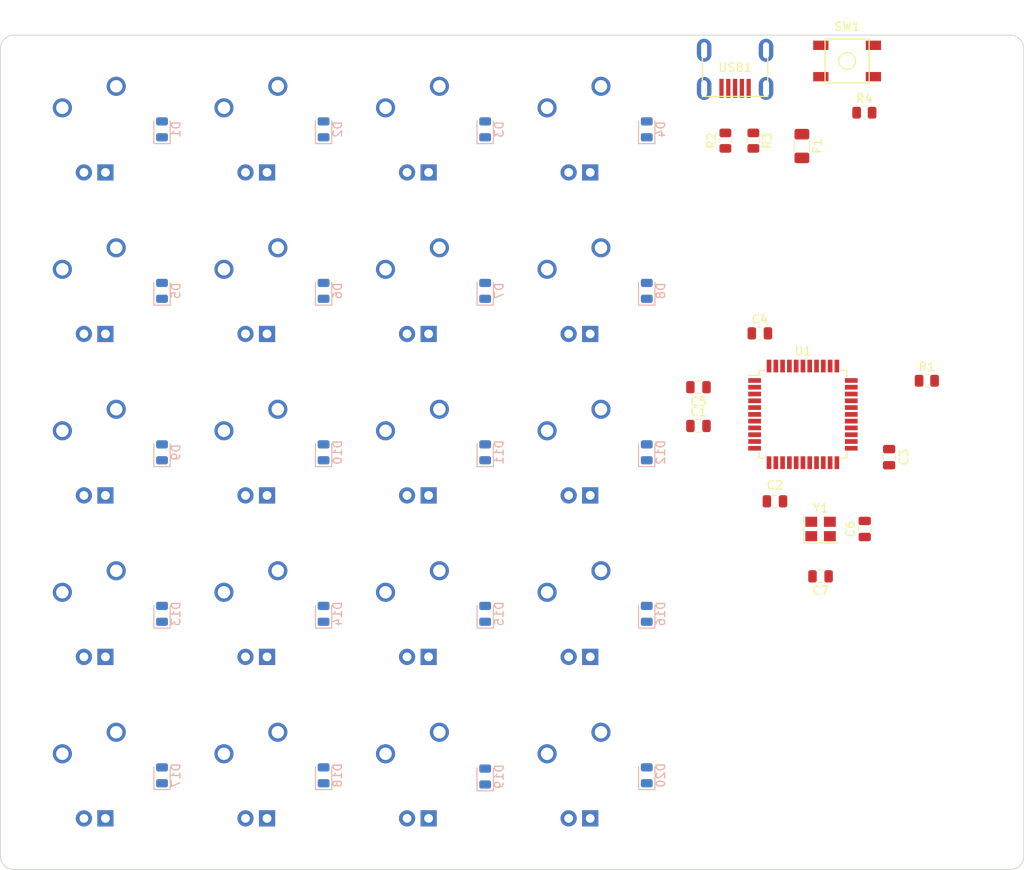
<source format=kicad_pcb>
(kicad_pcb (version 20221018) (generator pcbnew)
  (layers (0 "F.Cu" signal) (31 "B.Cu" signal) (34 "B.Paste" user) (35 "F.Paste" user) (36 "B.SilkS" user "B.Silkscreen") (37 "F.SilkS" user "F.Silkscreen") (38 "B.Mask" user) (39 "F.Mask" user) (44 "Edge.Cuts" user))
  (net 0 "")
  (net 1 "GND")
  (net 2 "Net-(U1-UCAP)")
  (net 3 "+5V")
  (net 4 "Net-(U1-XTAL1)")
  (net 5 "Net-(U1-XTAL2)")
  (net 6 "ROW0")
  (net 7 "Net-(D1-A)")
  (net 8 "Net-(D2-A)")
  (net 9 "Net-(D3-K)")
  (net 10 "Net-(D3-A)")
  (net 11 "Net-(D4-A)")
  (net 12 "ROW1")
  (net 13 "Net-(D5-A)")
  (net 14 "Net-(D6-A)")
  (net 15 "Net-(D7-A)")
  (net 16 "Net-(D8-A)")
  (net 17 "ROW2")
  (net 18 "Net-(D9-A)")
  (net 19 "Net-(D10-A)")
  (net 20 "Net-(D11-A)")
  (net 21 "Net-(D12-A)")
  (net 22 "ROW3")
  (net 23 "Net-(D13-A)")
  (net 24 "Net-(D14-A)")
  (net 25 "Net-(D15-A)")
  (net 26 "Net-(D16-A)")
  (net 27 "ROW4")
  (net 28 "Net-(D17-A)")
  (net 29 "Net-(D18-A)")
  (net 30 "Net-(D19-A)")
  (net 31 "Net-(D20-A)")
  (net 32 "VCC")
  (net 33 "COL0")
  (net 34 "COL1")
  (net 35 "COL2")
  (net 36 "COL3")
  (net 37 "Net-(U1-~{HWB}{slash}PE2)")
  (net 38 "Net-(U1-D+)")
  (net 39 "D+")
  (net 40 "D-")
  (net 41 "Net-(U1-D-)")
  (net 42 "Net-(U1-~{RESET})")
  (footprint "MX_Only:MXOnly-1U" (layer "F.Cu") (at 90.4875 33.3375)
    (fp_text reference "MX4")
    (fp_text value "MX-NoLED")
    (pad "" np_thru_hole circle (at -5.08 0 48.0996) (size 1.75 1.75) (drill 1.75) (layers "*.Cu" "*.Mask"))
    (pad "" np_thru_hole circle (at 0 0) (size 3.9878 3.9878) (drill 3.9878) (layers "*.Cu" "*.Mask"))
    (pad "" np_thru_hole circle (at 5.08 0 48.0996) (size 1.75 1.75) (drill 1.75) (layers "*.Cu" "*.Mask"))
    (pad "1" thru_hole circle (at -3.81 -2.54) (size 2.25 2.25) (drill 1.47) (layers "*.Cu" "B.Mask") (net 36 "COL3"))
    (pad "2" thru_hole circle (at 2.54 -5.08) (size 2.25 2.25) (drill 1.47) (layers "*.Cu" "B.Mask") (net 11 "Net-(D4-A)"))
    (pad "3" thru_hole circle (at -1.27 5.08) (size 1.905 1.905) (drill 1.04) (layers "*.Cu" "B.Mask"))
    (pad "4" thru_hole rect (at 1.27 5.08) (size 1.905 1.905) (drill 1.04) (layers "*.Cu" "B.Mask"))
  )
  (footprint "MX_Only:MXOnly-1U" (layer "F.Cu") (at 90.4875 90.4875)
    (fp_text reference "MX16")
    (fp_text value "MX-NoLED")
    (pad "" np_thru_hole circle (at -5.08 0 48.0996) (size 1.75 1.75) (drill 1.75) (layers "*.Cu" "*.Mask"))
    (pad "" np_thru_hole circle (at 0 0) (size 3.9878 3.9878) (drill 3.9878) (layers "*.Cu" "*.Mask"))
    (pad "" np_thru_hole circle (at 5.08 0 48.0996) (size 1.75 1.75) (drill 1.75) (layers "*.Cu" "*.Mask"))
    (pad "1" thru_hole circle (at -3.81 -2.54) (size 2.25 2.25) (drill 1.47) (layers "*.Cu" "B.Mask") (net 36 "COL3"))
    (pad "2" thru_hole circle (at 2.54 -5.08) (size 2.25 2.25) (drill 1.47) (layers "*.Cu" "B.Mask") (net 26 "Net-(D16-A)"))
    (pad "3" thru_hole circle (at -1.27 5.08) (size 1.905 1.905) (drill 1.04) (layers "*.Cu" "B.Mask"))
    (pad "4" thru_hole rect (at 1.27 5.08) (size 1.905 1.905) (drill 1.04) (layers "*.Cu" "B.Mask"))
  )
  (footprint "MX_Only:MXOnly-1U" (layer "F.Cu") (at 71.4375 109.5375)
    (fp_text reference "MX19")
    (fp_text value "MX-NoLED")
    (pad "" np_thru_hole circle (at -5.08 0 48.0996) (size 1.75 1.75) (drill 1.75) (layers "*.Cu" "*.Mask"))
    (pad "" np_thru_hole circle (at 0 0) (size 3.9878 3.9878) (drill 3.9878) (layers "*.Cu" "*.Mask"))
    (pad "" np_thru_hole circle (at 5.08 0 48.0996) (size 1.75 1.75) (drill 1.75) (layers "*.Cu" "*.Mask"))
    (pad "1" thru_hole circle (at -3.81 -2.54) (size 2.25 2.25) (drill 1.47) (layers "*.Cu" "B.Mask") (net 35 "COL2"))
    (pad "2" thru_hole circle (at 2.54 -5.08) (size 2.25 2.25) (drill 1.47) (layers "*.Cu" "B.Mask") (net 30 "Net-(D19-A)"))
    (pad "3" thru_hole circle (at -1.27 5.08) (size 1.905 1.905) (drill 1.04) (layers "*.Cu" "B.Mask"))
    (pad "4" thru_hole rect (at 1.27 5.08) (size 1.905 1.905) (drill 1.04) (layers "*.Cu" "B.Mask"))
  )
  (footprint "Capacitor_SMD:C_0805_2012Metric" (layer "F.Cu") (at 118.915 86.067 180)
    (fp_text reference "C7" (at 0 -1.68) (layer "F.SilkS"))
    (fp_text value "22pF")
    (fp_line (start -0.261252 -0.735) (end 0.261252 -0.735) (stroke (width 0.12)) (layer "F.SilkS"))
    (fp_line (start -0.261252 0.735) (end 0.261252 0.735) (stroke (width 0.12)) (layer "F.SilkS"))
    (pad "1" smd roundrect (at -0.95 0 180) (size 1 1.45) (layers "F.Cu" "F.Paste" "F.Mask") (net 1 "GND"))
    (pad "2" smd roundrect (at 0.95 0 180) (size 1 1.45) (layers "F.Cu" "F.Paste" "F.Mask") (net 5 "Net-(U1-XTAL2)"))
  )
  (footprint "MX_Only:MXOnly-1U" (layer "F.Cu") (at 90.4875 109.5375)
    (fp_text reference "MX20")
    (fp_text value "MX-NoLED")
    (pad "" np_thru_hole circle (at -5.08 0 48.0996) (size 1.75 1.75) (drill 1.75) (layers "*.Cu" "*.Mask"))
    (pad "" np_thru_hole circle (at 0 0) (size 3.9878 3.9878) (drill 3.9878) (layers "*.Cu" "*.Mask"))
    (pad "" np_thru_hole circle (at 5.08 0 48.0996) (size 1.75 1.75) (drill 1.75) (layers "*.Cu" "*.Mask"))
    (pad "1" thru_hole circle (at -3.81 -2.54) (size 2.25 2.25) (drill 1.47) (layers "*.Cu" "B.Mask") (net 36 "COL3"))
    (pad "2" thru_hole circle (at 2.54 -5.08) (size 2.25 2.25) (drill 1.47) (layers "*.Cu" "B.Mask") (net 31 "Net-(D20-A)"))
    (pad "3" thru_hole circle (at -1.27 5.08) (size 1.905 1.905) (drill 1.04) (layers "*.Cu" "B.Mask"))
    (pad "4" thru_hole rect (at 1.27 5.08) (size 1.905 1.905) (drill 1.04) (layers "*.Cu" "B.Mask"))
  )
  (footprint "Package_QFP:TQFP-44_10x10mm_P0.8mm" (layer "F.Cu") (at 116.84 66.95825)
    (fp_text reference "U1" (at 0 -7.45) (layer "F.SilkS"))
    (fp_text value "ATmega32U4-A")
    (fp_line (start -5.175 -5.175) (end -5.175 -4.6) (stroke (width 0.15)) (layer "F.SilkS"))
    (fp_line (start -5.175 -5.175) (end -4.5 -5.175) (stroke (width 0.15)) (layer "F.SilkS"))
    (fp_line (start -5.175 -4.6) (end -6.45 -4.6) (stroke (width 0.15)) (layer "F.SilkS"))
    (fp_line (start -5.175 5.175) (end -5.175 4.5) (stroke (width 0.15)) (layer "F.SilkS"))
    (fp_line (start -5.175 5.175) (end -4.5 5.175) (stroke (width 0.15)) (layer "F.SilkS"))
    (fp_line (start 5.175 -5.175) (end 4.5 -5.175) (stroke (width 0.15)) (layer "F.SilkS"))
    (fp_line (start 5.175 -5.175) (end 5.175 -4.5) (stroke (width 0.15)) (layer "F.SilkS"))
    (fp_line (start 5.175 5.175) (end 4.5 5.175) (stroke (width 0.15)) (layer "F.SilkS"))
    (fp_line (start 5.175 5.175) (end 5.175 4.5) (stroke (width 0.15)) (layer "F.SilkS"))
    (pad "1" smd rect (at -5.7 -4) (size 1.5 0.55) (layers "F.Cu" "F.Paste" "F.Mask"))
    (pad "2" smd rect (at -5.7 -3.2) (size 1.5 0.55) (layers "F.Cu" "F.Paste" "F.Mask") (net 3 "+5V"))
    (pad "3" smd rect (at -5.7 -2.4) (size 1.5 0.55) (layers "F.Cu" "F.Paste" "F.Mask") (net 41 "Net-(U1-D-)"))
    (pad "4" smd rect (at -5.7 -1.6) (size 1.5 0.55) (layers "F.Cu" "F.Paste" "F.Mask") (net 38 "Net-(U1-D+)"))
    (pad "5" smd rect (at -5.7 -0.8) (size 1.5 0.55) (layers "F.Cu" "F.Paste" "F.Mask") (net 1 "GND"))
    (pad "6" smd rect (at -5.7 0) (size 1.5 0.55) (layers "F.Cu" "F.Paste" "F.Mask") (net 2 "Net-(U1-UCAP)"))
    (pad "7" smd rect (at -5.7 0.8) (size 1.5 0.55) (layers "F.Cu" "F.Paste" "F.Mask") (net 3 "+5V"))
    (pad "8" smd rect (at -5.7 1.6) (size 1.5 0.55) (layers "F.Cu" "F.Paste" "F.Mask"))
    (pad "9" smd rect (at -5.7 2.4) (size 1.5 0.55) (layers "F.Cu" "F.Paste" "F.Mask"))
    (pad "10" smd rect (at -5.7 3.2) (size 1.5 0.55) (layers "F.Cu" "F.Paste" "F.Mask"))
    (pad "11" smd rect (at -5.7 4) (size 1.5 0.55) (layers "F.Cu" "F.Paste" "F.Mask"))
    (pad "12" smd rect (at -4 5.7 90) (size 1.5 0.55) (layers "F.Cu" "F.Paste" "F.Mask"))
    (pad "13" smd rect (at -3.2 5.7 90) (size 1.5 0.55) (layers "F.Cu" "F.Paste" "F.Mask") (net 42 "Net-(U1-~{RESET})"))
    (pad "14" smd rect (at -2.4 5.7 90) (size 1.5 0.55) (layers "F.Cu" "F.Paste" "F.Mask") (net 3 "+5V"))
    (pad "15" smd rect (at -1.6 5.7 90) (size 1.5 0.55) (layers "F.Cu" "F.Paste" "F.Mask") (net 1 "GND"))
    (pad "16" smd rect (at -0.8 5.7 90) (size 1.5 0.55) (layers "F.Cu" "F.Paste" "F.Mask") (net 5 "Net-(U1-XTAL2)"))
    (pad "17" smd rect (at 0 5.7 90) (size 1.5 0.55) (layers "F.Cu" "F.Paste" "F.Mask") (net 4 "Net-(U1-XTAL1)"))
    (pad "18" smd rect (at 0.8 5.7 90) (size 1.5 0.55) (layers "F.Cu" "F.Paste" "F.Mask"))
    (pad "19" smd rect (at 1.6 5.7 90) (size 1.5 0.55) (layers "F.Cu" "F.Paste" "F.Mask"))
    (pad "20" smd rect (at 2.4 5.7 90) (size 1.5 0.55) (layers "F.Cu" "F.Paste" "F.Mask"))
    (pad "21" smd rect (at 3.2 5.7 90) (size 1.5 0.55) (layers "F.Cu" "F.Paste" "F.Mask"))
    (pad "22" smd rect (at 4 5.7 90) (size 1.5 0.55) (layers "F.Cu" "F.Paste" "F.Mask"))
    (pad "23" smd rect (at 5.7 4) (size 1.5 0.55) (layers "F.Cu" "F.Paste" "F.Mask") (net 1 "GND"))
    (pad "24" smd rect (at 5.7 3.2) (size 1.5 0.55) (layers "F.Cu" "F.Paste" "F.Mask") (net 3 "+5V"))
    (pad "25" smd rect (at 5.7 2.4) (size 1.5 0.55) (layers "F.Cu" "F.Paste" "F.Mask"))
    (pad "26" smd rect (at 5.7 1.6) (size 1.5 0.55) (layers "F.Cu" "F.Paste" "F.Mask"))
    (pad "27" smd rect (at 5.7 0.8) (size 1.5 0.55) (layers "F.Cu" "F.Paste" "F.Mask"))
    (pad "28" smd rect (at 5.7 0) (size 1.5 0.55) (layers "F.Cu" "F.Paste" "F.Mask"))
    (pad "29" smd rect (at 5.7 -0.8) (size 1.5 0.55) (layers "F.Cu" "F.Paste" "F.Mask"))
    (pad "30" smd rect (at 5.7 -1.6) (size 1.5 0.55) (layers "F.Cu" "F.Paste" "F.Mask"))
    (pad "31" smd rect (at 5.7 -2.4) (size 1.5 0.55) (layers "F.Cu" "F.Paste" "F.Mask"))
    (pad "32" smd rect (at 5.7 -3.2) (size 1.5 0.55) (layers "F.Cu" "F.Paste" "F.Mask"))
    (pad "33" smd rect (at 5.7 -4) (size 1.5 0.55) (layers "F.Cu" "F.Paste" "F.Mask") (net 37 "Net-(U1-~{HWB}{slash}PE2)"))
    (pad "34" smd rect (at 4 -5.7 90) (size 1.5 0.55) (layers "F.Cu" "F.Paste" "F.Mask") (net 3 "+5V"))
    (pad "35" smd rect (at 3.2 -5.7 90) (size 1.5 0.55) (layers "F.Cu" "F.Paste" "F.Mask") (net 1 "GND"))
    (pad "36" smd rect (at 2.4 -5.7 90) (size 1.5 0.55) (layers "F.Cu" "F.Paste" "F.Mask"))
    (pad "37" smd rect (at 1.6 -5.7 90) (size 1.5 0.55) (layers "F.Cu" "F.Paste" "F.Mask"))
    (pad "38" smd rect (at 0.8 -5.7 90) (size 1.5 0.55) (layers "F.Cu" "F.Paste" "F.Mask"))
    (pad "39" smd rect (at 0 -5.7 90) (size 1.5 0.55) (layers "F.Cu" "F.Paste" "F.Mask"))
    (pad "40" smd rect (at -0.8 -5.7 90) (size 1.5 0.55) (layers "F.Cu" "F.Paste" "F.Mask"))
    (pad "41" smd rect (at -1.6 -5.7 90) (size 1.5 0.55) (layers "F.Cu" "F.Paste" "F.Mask"))
    (pad "42" smd rect (at -2.4 -5.7 90) (size 1.5 0.55) (layers "F.Cu" "F.Paste" "F.Mask"))
    (pad "43" smd rect (at -3.2 -5.7 90) (size 1.5 0.55) (layers "F.Cu" "F.Paste" "F.Mask") (net 1 "GND"))
    (pad "44" smd rect (at -4 -5.7 90) (size 1.5 0.55) (layers "F.Cu" "F.Paste" "F.Mask") (net 3 "+5V"))
  )
  (footprint "Resistor_SMD:R_0805_2012Metric" (layer "F.Cu") (at 110.998 34.671 -90)
    (fp_text reference "R3" (at 0 -1.65 90) (layer "F.SilkS"))
    (fp_text value "22")
    (fp_line (start -0.227064 -0.735) (end 0.227064 -0.735) (stroke (width 0.12)) (layer "F.SilkS"))
    (fp_line (start -0.227064 0.735) (end 0.227064 0.735) (stroke (width 0.12)) (layer "F.SilkS"))
    (pad "1" smd roundrect (at -0.9125 0 270) (size 1.025 1.4) (layers "F.Cu" "F.Paste" "F.Mask") (roundrect_rratio 0.243902) (net 40 "D-"))
    (pad "2" smd roundrect (at 0.9125 0 270) (size 1.025 1.4) (layers "F.Cu" "F.Paste" "F.Mask") (roundrect_rratio 0.243902) (net 41 "Net-(U1-D-)"))
  )
  (footprint "MX_Only:MXOnly-1U" (layer "F.Cu") (at 33.3375 71.4375)
    (fp_text reference "MX9")
    (fp_text value "MX-NoLED")
    (pad "" np_thru_hole circle (at -5.08 0 48.0996) (size 1.75 1.75) (drill 1.75) (layers "*.Cu" "*.Mask"))
    (pad "" np_thru_hole circle (at 0 0) (size 3.9878 3.9878) (drill 3.9878) (layers "*.Cu" "*.Mask"))
    (pad "" np_thru_hole circle (at 5.08 0 48.0996) (size 1.75 1.75) (drill 1.75) (layers "*.Cu" "*.Mask"))
    (pad "1" thru_hole circle (at -3.81 -2.54) (size 2.25 2.25) (drill 1.47) (layers "*.Cu" "B.Mask") (net 33 "COL0"))
    (pad "2" thru_hole circle (at 2.54 -5.08) (size 2.25 2.25) (drill 1.47) (layers "*.Cu" "B.Mask") (net 18 "Net-(D9-A)"))
    (pad "3" thru_hole circle (at -1.27 5.08) (size 1.905 1.905) (drill 1.04) (layers "*.Cu" "B.Mask"))
    (pad "4" thru_hole rect (at 1.27 5.08) (size 1.905 1.905) (drill 1.04) (layers "*.Cu" "B.Mask"))
  )
  (footprint "Resistor_SMD:R_0805_2012Metric" (layer "F.Cu") (at 131.445 62.992)
    (fp_text reference "R1" (at 0 -1.65) (layer "F.SilkS"))
    (fp_text value "10k")
    (fp_line (start -0.227064 -0.735) (end 0.227064 -0.735) (stroke (width 0.12)) (layer "F.SilkS"))
    (fp_line (start -0.227064 0.735) (end 0.227064 0.735) (stroke (width 0.12)) (layer "F.SilkS"))
    (pad "1" smd roundrect (at -0.9125 0) (size 1.025 1.4) (layers "F.Cu" "F.Paste" "F.Mask") (roundrect_rratio 0.243902) (net 37 "Net-(U1-~{HWB}{slash}PE2)"))
    (pad "2" smd roundrect (at 0.9125 0) (size 1.025 1.4) (layers "F.Cu" "F.Paste" "F.Mask") (roundrect_rratio 0.243902) (net 1 "GND"))
  )
  (footprint "Capacitor_SMD:C_0805_2012Metric" (layer "F.Cu") (at 104.521 63.754 180)
    (fp_text reference "C5" (at 0 -1.68) (layer "F.SilkS"))
    (fp_text value "0.1uF")
    (fp_line (start -0.261252 -0.735) (end 0.261252 -0.735) (stroke (width 0.12)) (layer "F.SilkS"))
    (fp_line (start -0.261252 0.735) (end 0.261252 0.735) (stroke (width 0.12)) (layer "F.SilkS"))
    (pad "1" smd roundrect (at -0.95 0 180) (size 1 1.45) (layers "F.Cu" "F.Paste" "F.Mask") (net 3 "+5V"))
    (pad "2" smd roundrect (at 0.95 0 180) (size 1 1.45) (layers "F.Cu" "F.Paste" "F.Mask") (net 1 "GND"))
  )
  (footprint "Resistor_SMD:R_0805_2012Metric" (layer "F.Cu") (at 107.696 34.671 90)
    (fp_text reference "R2" (at 0 -1.65 90) (layer "F.SilkS"))
    (fp_text value "22")
    (fp_line (start -0.227064 -0.735) (end 0.227064 -0.735) (stroke (width 0.12)) (layer "F.SilkS"))
    (fp_line (start -0.227064 0.735) (end 0.227064 0.735) (stroke (width 0.12)) (layer "F.SilkS"))
    (pad "1" smd roundrect (at -0.9125 0 90) (size 1.025 1.4) (layers "F.Cu" "F.Paste" "F.Mask") (roundrect_rratio 0.243902) (net 38 "Net-(U1-D+)"))
    (pad "2" smd roundrect (at 0.9125 0 90) (size 1.025 1.4) (layers "F.Cu" "F.Paste" "F.Mask") (roundrect_rratio 0.243902) (net 39 "D+"))
  )
  (footprint "MX_Only:MXOnly-1U" (layer "F.Cu") (at 33.3375 33.3375)
    (fp_text reference "MX1")
    (fp_text value "MX-NoLED")
    (pad "" np_thru_hole circle (at -5.08 0 48.0996) (size 1.75 1.75) (drill 1.75) (layers "*.Cu" "*.Mask"))
    (pad "" np_thru_hole circle (at 0 0) (size 3.9878 3.9878) (drill 3.9878) (layers "*.Cu" "*.Mask"))
    (pad "" np_thru_hole circle (at 5.08 0 48.0996) (size 1.75 1.75) (drill 1.75) (layers "*.Cu" "*.Mask"))
    (pad "1" thru_hole circle (at -3.81 -2.54) (size 2.25 2.25) (drill 1.47) (layers "*.Cu" "B.Mask") (net 33 "COL0"))
    (pad "2" thru_hole circle (at 2.54 -5.08) (size 2.25 2.25) (drill 1.47) (layers "*.Cu" "B.Mask") (net 7 "Net-(D1-A)"))
    (pad "3" thru_hole circle (at -1.27 5.08) (size 1.905 1.905) (drill 1.04) (layers "*.Cu" "B.Mask"))
    (pad "4" thru_hole rect (at 1.27 5.08) (size 1.905 1.905) (drill 1.04) (layers "*.Cu" "B.Mask"))
  )
  (footprint "MX_Only:MXOnly-1U" (layer "F.Cu") (at 71.4375 90.4875)
    (fp_text reference "MX15")
    (fp_text value "MX-NoLED")
    (pad "" np_thru_hole circle (at -5.08 0 48.0996) (size 1.75 1.75) (drill 1.75) (layers "*.Cu" "*.Mask"))
    (pad "" np_thru_hole circle (at 0 0) (size 3.9878 3.9878) (drill 3.9878) (layers "*.Cu" "*.Mask"))
    (pad "" np_thru_hole circle (at 5.08 0 48.0996) (size 1.75 1.75) (drill 1.75) (layers "*.Cu" "*.Mask"))
    (pad "1" thru_hole circle (at -3.81 -2.54) (size 2.25 2.25) (drill 1.47) (layers "*.Cu" "B.Mask") (net 35 "COL2"))
    (pad "2" thru_hole circle (at 2.54 -5.08) (size 2.25 2.25) (drill 1.47) (layers "*.Cu" "B.Mask") (net 25 "Net-(D15-A)"))
    (pad "3" thru_hole circle (at -1.27 5.08) (size 1.905 1.905) (drill 1.04) (layers "*.Cu" "B.Mask"))
    (pad "4" thru_hole rect (at 1.27 5.08) (size 1.905 1.905) (drill 1.04) (layers "*.Cu" "B.Mask"))
  )
  (footprint "random-keyboard-parts:SKQG-1155865" (layer "F.Cu") (at 122.047 25.273 180)
    (fp_text reference "SW1" (at 0 4.064) (layer "F.SilkS"))
    (fp_text value "SW_Push")
    (fp_line (start -2.6 -2.6) (end 2.6 -2.6) (stroke (width 0.15)) (layer "F.SilkS"))
    (fp_line (start -2.6 2.6) (end -2.6 -2.6) (stroke (width 0.15)) (layer "F.SilkS"))
    (fp_line (start 2.6 -2.6) (end 2.6 2.6) (stroke (width 0.15)) (layer "F.SilkS"))
    (fp_line (start 2.6 2.6) (end -2.6 2.6) (stroke (width 0.15)) (layer "F.SilkS"))
    (fp_circle (center 0 0) (end 1 0) (stroke (width 0.15)) (fill none) (layer "F.SilkS"))
    (pad "1" smd rect (at 3.1 1.85 180) (size 1.8 1.1) (layers "F.Cu" "F.Paste" "F.Mask") (net 1 "GND"))
    (pad "2" smd rect (at -3.1 -1.85 180) (size 1.8 1.1) (layers "F.Cu" "F.Paste" "F.Mask") (net 42 "Net-(U1-~{RESET})"))
    (pad "3" smd rect (at 3.1 -1.85 180) (size 1.8 1.1) (layers "F.Cu" "F.Paste" "F.Mask"))
    (pad "4" smd rect (at -3.1 1.85 180) (size 1.8 1.1) (layers "F.Cu" "F.Paste" "F.Mask"))
  )
  (footprint "Capacitor_SMD:C_0805_2012Metric" (layer "F.Cu") (at 127 72.009 -90)
    (fp_text reference "C3" (at 0 -1.748 90) (layer "F.SilkS"))
    (fp_text value "0.1uF")
    (fp_line (start -0.261252 -0.735) (end 0.261252 -0.735) (stroke (width 0.12)) (layer "F.SilkS"))
    (fp_line (start -0.261252 0.735) (end 0.261252 0.735) (stroke (width 0.12)) (layer "F.SilkS"))
    (pad "1" smd roundrect (at -0.95 0 270) (size 1 1.45) (layers "F.Cu" "F.Paste" "F.Mask") (net 3 "+5V"))
    (pad "2" smd roundrect (at 0.95 0 270) (size 1 1.45) (layers "F.Cu" "F.Paste" "F.Mask") (net 1 "GND"))
  )
  (footprint "MX_Only:MXOnly-1U" (layer "F.Cu") (at 33.3375 109.5375)
    (fp_text reference "MX17")
    (fp_text value "MX-NoLED")
    (pad "" np_thru_hole circle (at -5.08 0 48.0996) (size 1.75 1.75) (drill 1.75) (layers "*.Cu" "*.Mask"))
    (pad "" np_thru_hole circle (at 0 0) (size 3.9878 3.9878) (drill 3.9878) (layers "*.Cu" "*.Mask"))
    (pad "" np_thru_hole circle (at 5.08 0 48.0996) (size 1.75 1.75) (drill 1.75) (layers "*.Cu" "*.Mask"))
    (pad "1" thru_hole circle (at -3.81 -2.54) (size 2.25 2.25) (drill 1.47) (layers "*.Cu" "B.Mask") (net 33 "COL0"))
    (pad "2" thru_hole circle (at 2.54 -5.08) (size 2.25 2.25) (drill 1.47) (layers "*.Cu" "B.Mask") (net 28 "Net-(D17-A)"))
    (pad "3" thru_hole circle (at -1.27 5.08) (size 1.905 1.905) (drill 1.04) (layers "*.Cu" "B.Mask"))
    (pad "4" thru_hole rect (at 1.27 5.08) (size 1.905 1.905) (drill 1.04) (layers "*.Cu" "B.Mask"))
  )
  (footprint "Capacitor_SMD:C_0805_2012Metric" (layer "F.Cu") (at 113.538 77.216)
    (fp_text reference "C2" (at 0 -1.905) (layer "F.SilkS"))
    (fp_text value "0.1uF")
    (fp_line (start -0.261252 -0.735) (end 0.261252 -0.735) (stroke (width 0.12)) (layer "F.SilkS"))
    (fp_line (start -0.261252 0.735) (end 0.261252 0.735) (stroke (width 0.12)) (layer "F.SilkS"))
    (pad "1" smd roundrect (at -0.95 0) (size 1 1.45) (layers "F.Cu" "F.Paste" "F.Mask") (net 3 "+5V"))
    (pad "2" smd roundrect (at 0.95 0) (size 1 1.45) (layers "F.Cu" "F.Paste" "F.Mask") (net 1 "GND"))
  )
  (footprint "Capacitor_SMD:C_0805_2012Metric" (layer "F.Cu") (at 111.76 57.404)
    (fp_text reference "C4" (at 0 -1.68) (layer "F.SilkS"))
    (fp_text value "10uF")
    (fp_line (start -0.261252 -0.735) (end 0.261252 -0.735) (stroke (width 0.12)) (layer "F.SilkS"))
    (fp_line (start -0.261252 0.735) (end 0.261252 0.735) (stroke (width 0.12)) (layer "F.SilkS"))
    (pad "1" smd roundrect (at -0.95 0) (size 1 1.45) (layers "F.Cu" "F.Paste" "F.Mask") (net 3 "+5V"))
    (pad "2" smd roundrect (at 0.95 0) (size 1 1.45) (layers "F.Cu" "F.Paste" "F.Mask") (net 1 "GND"))
  )
  (footprint "MX_Only:MXOnly-1U" (layer "F.Cu") (at 90.4875 71.4375)
    (fp_text reference "MX12")
    (fp_text value "MX-NoLED")
    (pad "" np_thru_hole circle (at -5.08 0 48.0996) (size 1.75 1.75) (drill 1.75) (layers "*.Cu" "*.Mask"))
    (pad "" np_thru_hole circle (at 0 0) (size 3.9878 3.9878) (drill 3.9878) (layers "*.Cu" "*.Mask"))
    (pad "" np_thru_hole circle (at 5.08 0 48.0996) (size 1.75 1.75) (drill 1.75) (layers "*.Cu" "*.Mask"))
    (pad "1" thru_hole circle (at -3.81 -2.54) (size 2.25 2.25) (drill 1.47) (layers "*.Cu" "B.Mask") (net 36 "COL3"))
    (pad "2" thru_hole circle (at 2.54 -5.08) (size 2.25 2.25) (drill 1.47) (layers "*.Cu" "B.Mask") (net 21 "Net-(D12-A)"))
    (pad "3" thru_hole circle (at -1.27 5.08) (size 1.905 1.905) (drill 1.04) (layers "*.Cu" "B.Mask"))
    (pad "4" thru_hole rect (at 1.27 5.08) (size 1.905 1.905) (drill 1.04) (layers "*.Cu" "B.Mask"))
  )
  (footprint "Resistor_SMD:R_0805_2012Metric" (layer "F.Cu") (at 124.079 31.369)
    (fp_text reference "R4" (at 0 -1.65) (layer "F.SilkS"))
    (fp_text value "10k")
    (fp_line (start -0.227064 -0.735) (end 0.227064 -0.735) (stroke (width 0.12)) (layer "F.SilkS"))
    (fp_line (start -0.227064 0.735) (end 0.227064 0.735) (stroke (width 0.12)) (layer "F.SilkS"))
    (pad "1" smd roundrect (at -0.9125 0) (size 1.025 1.4) (layers "F.Cu" "F.Paste" "F.Mask") (roundrect_rratio 0.243902) (net 3 "+5V"))
    (pad "2" smd roundrect (at 0.9125 0) (size 1.025 1.4) (layers "F.Cu" "F.Paste" "F.Mask") (roundrect_rratio 0.243902) (net 42 "Net-(U1-~{RESET})"))
  )
  (footprint "MX_Only:MXOnly-1U" (layer "F.Cu") (at 52.3875 71.4375)
    (fp_text reference "MX10")
    (fp_text value "MX-NoLED")
    (pad "" np_thru_hole circle (at -5.08 0 48.0996) (size 1.75 1.75) (drill 1.75) (layers "*.Cu" "*.Mask"))
    (pad "" np_thru_hole circle (at 0 0) (size 3.9878 3.9878) (drill 3.9878) (layers "*.Cu" "*.Mask"))
    (pad "" np_thru_hole circle (at 5.08 0 48.0996) (size 1.75 1.75) (drill 1.75) (layers "*.Cu" "*.Mask"))
    (pad "1" thru_hole circle (at -3.81 -2.54) (size 2.25 2.25) (drill 1.47) (layers "*.Cu" "B.Mask") (net 34 "COL1"))
    (pad "2" thru_hole circle (at 2.54 -5.08) (size 2.25 2.25) (drill 1.47) (layers "*.Cu" "B.Mask") (net 19 "Net-(D10-A)"))
    (pad "3" thru_hole circle (at -1.27 5.08) (size 1.905 1.905) (drill 1.04) (layers "*.Cu" "B.Mask"))
    (pad "4" thru_hole rect (at 1.27 5.08) (size 1.905 1.905) (drill 1.04) (layers "*.Cu" "B.Mask"))
  )
  (footprint "MX_Only:MXOnly-1U" (layer "F.Cu") (at 71.4375 52.3875)
    (fp_text reference "MX7")
    (fp_text value "MX-NoLED")
    (pad "" np_thru_hole circle (at -5.08 0 48.0996) (size 1.75 1.75) (drill 1.75) (layers "*.Cu" "*.Mask"))
    (pad "" np_thru_hole circle (at 0 0) (size 3.9878 3.9878) (drill 3.9878) (layers "*.Cu" "*.Mask"))
    (pad "" np_thru_hole circle (at 5.08 0 48.0996) (size 1.75 1.75) (drill 1.75) (layers "*.Cu" "*.Mask"))
    (pad "1" thru_hole circle (at -3.81 -2.54) (size 2.25 2.25) (drill 1.47) (layers "*.Cu" "B.Mask") (net 35 "COL2"))
    (pad "2" thru_hole circle (at 2.54 -5.08) (size 2.25 2.25) (drill 1.47) (layers "*.Cu" "B.Mask") (net 15 "Net-(D7-A)"))
    (pad "3" thru_hole circle (at -1.27 5.08) (size 1.905 1.905) (drill 1.04) (layers "*.Cu" "B.Mask"))
    (pad "4" thru_hole rect (at 1.27 5.08) (size 1.905 1.905) (drill 1.04) (layers "*.Cu" "B.Mask"))
  )
  (footprint "MX_Only:MXOnly-1U" (layer "F.Cu") (at 52.3875 52.3875)
    (fp_text reference "MX6")
    (fp_text value "MX-NoLED")
    (pad "" np_thru_hole circle (at -5.08 0 48.0996) (size 1.75 1.75) (drill 1.75) (layers "*.Cu" "*.Mask"))
    (pad "" np_thru_hole circle (at 0 0) (size 3.9878 3.9878) (drill 3.9878) (layers "*.Cu" "*.Mask"))
    (pad "" np_thru_hole circle (at 5.08 0 48.0996) (size 1.75 1.75) (drill 1.75) (layers "*.Cu" "*.Mask"))
    (pad "1" thru_hole circle (at -3.81 -2.54) (size 2.25 2.25) (drill 1.47) (layers "*.Cu" "B.Mask") (net 34 "COL1"))
    (pad "2" thru_hole circle (at 2.54 -5.08) (size 2.25 2.25) (drill 1.47) (layers "*.Cu" "B.Mask") (net 14 "Net-(D6-A)"))
    (pad "3" thru_hole circle (at -1.27 5.08) (size 1.905 1.905) (drill 1.04) (layers "*.Cu" "B.Mask"))
    (pad "4" thru_hole rect (at 1.27 5.08) (size 1.905 1.905) (drill 1.04) (layers "*.Cu" "B.Mask"))
  )
  (footprint "Fuse:Fuse_1206_3216Metric" (layer "F.Cu") (at 116.713 35.306 -90)
    (fp_text reference "F1" (at 0 -1.82 90) (layer "F.SilkS"))
    (fp_text value "Polyfuse_Small")
    (fp_line (start -0.602064 -0.91) (end 0.602064 -0.91) (stroke (width 0.12)) (layer "F.SilkS"))
    (fp_line (start -0.602064 0.91) (end 0.602064 0.91) (stroke (width 0.12)) (layer "F.SilkS"))
    (pad "1" smd roundrect (at -1.4 0 270) (size 1.25 1.75) (layers "F.Cu" "F.Paste" "F.Mask") (roundrect_rratio 0.2) (net 32 "VCC"))
    (pad "2" smd roundrect (at 1.4 0 270) (size 1.25 1.75) (layers "F.Cu" "F.Paste" "F.Mask") (roundrect_rratio 0.2) (net 3 "+5V"))
  )
  (footprint "Capacitor_SMD:C_0805_2012Metric" (layer "F.Cu") (at 104.521 68.326)
    (fp_text reference "C1" (at 0 -1.68) (layer "F.SilkS"))
    (fp_text value "1uF")
    (fp_line (start -0.261252 -0.735) (end 0.261252 -0.735) (stroke (width 0.12)) (layer "F.SilkS"))
    (fp_line (start -0.261252 0.735) (end 0.261252 0.735) (stroke (width 0.12)) (layer "F.SilkS"))
    (pad "1" smd roundrect (at -0.95 0) (size 1 1.45) (layers "F.Cu" "F.Paste" "F.Mask") (net 1 "GND"))
    (pad "2" smd roundrect (at 0.95 0) (size 1 1.45) (layers "F.Cu" "F.Paste" "F.Mask") (net 2 "Net-(U1-UCAP)"))
  )
  (footprint "MX_Only:MXOnly-1U" (layer "F.Cu") (at 33.3375 52.3875)
    (fp_text reference "MX5")
    (fp_text value "MX-NoLED")
    (pad "" np_thru_hole circle (at -5.08 0 48.0996) (size 1.75 1.75) (drill 1.75) (layers "*.Cu" "*.Mask"))
    (pad "" np_thru_hole circle (at 0 0) (size 3.9878 3.9878) (drill 3.9878) (layers "*.Cu" "*.Mask"))
    (pad "" np_thru_hole circle (at 5.08 0 48.0996) (size 1.75 1.75) (drill 1.75) (layers "*.Cu" "*.Mask"))
    (pad "1" thru_hole circle (at -3.81 -2.54) (size 2.25 2.25) (drill 1.47) (layers "*.Cu" "B.Mask") (net 33 "COL0"))
    (pad "2" thru_hole circle (at 2.54 -5.08) (size 2.25 2.25) (drill 1.47) (layers "*.Cu" "B.Mask") (net 13 "Net-(D5-A)"))
    (pad "3" thru_hole circle (at -1.27 5.08) (size 1.905 1.905) (drill 1.04) (layers "*.Cu" "B.Mask"))
    (pad "4" thru_hole rect (at 1.27 5.08) (size 1.905 1.905) (drill 1.04) (layers "*.Cu" "B.Mask"))
  )
  (footprint "MX_Only:MXOnly-1U" (layer "F.Cu") (at 71.4375 71.4375)
    (fp_text reference "MX11")
    (fp_text value "MX-NoLED")
    (pad "" np_thru_hole circle (at -5.08 0 48.0996) (size 1.75 1.75) (drill 1.75) (layers "*.Cu" "*.Mask"))
    (pad "" np_thru_hole circle (at 0 0) (size 3.9878 3.9878) (drill 3.9878) (layers "*.Cu" "*.Mask"))
    (pad "" np_thru_hole circle (at 5.08 0 48.0996) (size 1.75 1.75) (drill 1.75) (layers "*.Cu" "*.Mask"))
    (pad "1" thru_hole circle (at -3.81 -2.54) (size 2.25 2.25) (drill 1.47) (layers "*.Cu" "B.Mask") (net 35 "COL2"))
    (pad "2" thru_hole circle (at 2.54 -5.08) (size 2.25 2.25) (drill 1.47) (layers "*.Cu" "B.Mask") (net 20 "Net-(D11-A)"))
    (pad "3" thru_hole circle (at -1.27 5.08) (size 1.905 1.905) (drill 1.04) (layers "*.Cu" "B.Mask"))
    (pad "4" thru_hole rect (at 1.27 5.08) (size 1.905 1.905) (drill 1.04) (layers "*.Cu" "B.Mask"))
  )
  (footprint "Capacitor_SMD:C_0805_2012Metric" (layer "F.Cu") (at 124.122 80.479 90)
    (fp_text reference "C6" (at 0 -1.68 90) (layer "F.SilkS"))
    (fp_text value "22pF")
    (fp_line (start -0.261252 -0.735) (end 0.261252 -0.735) (stroke (width 0.12)) (layer "F.SilkS"))
    (fp_line (start -0.261252 0.735) (end 0.261252 0.735) (stroke (width 0.12)) (layer "F.SilkS"))
    (pad "1" smd roundrect (at -0.95 0 90) (size 1 1.45) (layers "F.Cu" "F.Paste" "F.Mask") (net 1 "GND"))
    (pad "2" smd roundrect (at 0.95 0 90) (size 1 1.45) (layers "F.Cu" "F.Paste" "F.Mask") (net 4 "Net-(U1-XTAL1)"))
  )
  (footprint "MX_Only:MXOnly-1U" (layer "F.Cu") (at 52.3875 33.3375)
    (fp_text reference "MX2")
    (fp_text value "MX-NoLED")
    (pad "" np_thru_hole circle (at -5.08 0 48.0996) (size 1.75 1.75) (drill 1.75) (layers "*.Cu" "*.Mask"))
    (pad "" np_thru_hole circle (at 0 0) (size 3.9878 3.9878) (drill 3.9878) (layers "*.Cu" "*.Mask"))
    (pad "" np_thru_hole circle (at 5.08 0 48.0996) (size 1.75 1.75) (drill 1.75) (layers "*.Cu" "*.Mask"))
    (pad "1" thru_hole circle (at -3.81 -2.54) (size 2.25 2.25) (drill 1.47) (layers "*.Cu" "B.Mask") (net 34 "COL1"))
    (pad "2" thru_hole circle (at 2.54 -5.08) (size 2.25 2.25) (drill 1.47) (layers "*.Cu" "B.Mask") (net 8 "Net-(D2-A)"))
    (pad "3" thru_hole circle (at -1.27 5.08) (size 1.905 1.905) (drill 1.04) (layers "*.Cu" "B.Mask"))
    (pad "4" thru_hole rect (at 1.27 5.08) (size 1.905 1.905) (drill 1.04) (layers "*.Cu" "B.Mask"))
  )
  (footprint "MX_Only:MXOnly-1U" (layer "F.Cu") (at 52.3875 109.5375)
    (fp_text reference "MX18")
    (fp_text value "MX-NoLED")
    (pad "" np_thru_hole circle (at -5.08 0 48.0996) (size 1.75 1.75) (drill 1.75) (layers "*.Cu" "*.Mask"))
    (pad "" np_thru_hole circle (at 0 0) (size 3.9878 3.9878) (drill 3.9878) (layers "*.Cu" "*.Mask"))
    (pad "" np_thru_hole circle (at 5.08 0 48.0996) (size 1.75 1.75) (drill 1.75) (layers "*.Cu" "*.Mask"))
    (pad "1" thru_hole circle (at -3.81 -2.54) (size 2.25 2.25) (drill 1.47) (layers "*.Cu" "B.Mask") (net 34 "COL1"))
    (pad "2" thru_hole circle (at 2.54 -5.08) (size 2.25 2.25) (drill 1.47) (layers "*.Cu" "B.Mask") (net 29 "Net-(D18-A)"))
    (pad "3" thru_hole circle (at -1.27 5.08) (size 1.905 1.905) (drill 1.04) (layers "*.Cu" "B.Mask"))
    (pad "4" thru_hole rect (at 1.27 5.08) (size 1.905 1.905) (drill 1.04) (layers "*.Cu" "B.Mask"))
  )
  (footprint "MX_Only:MXOnly-1U" (layer "F.Cu") (at 33.3375 90.4875)
    (fp_text reference "MX13")
    (fp_text value "MX-NoLED")
    (pad "" np_thru_hole circle (at -5.08 0 48.0996) (size 1.75 1.75) (drill 1.75) (layers "*.Cu" "*.Mask"))
    (pad "" np_thru_hole circle (at 0 0) (size 3.9878 3.9878) (drill 3.9878) (layers "*.Cu" "*.Mask"))
    (pad "" np_thru_hole circle (at 5.08 0 48.0996) (size 1.75 1.75) (drill 1.75) (layers "*.Cu" "*.Mask"))
    (pad "1" thru_hole circle (at -3.81 -2.54) (size 2.25 2.25) (drill 1.47) (layers "*.Cu" "B.Mask") (net 33 "COL0"))
    (pad "2" thru_hole circle (at 2.54 -5.08) (size 2.25 2.25) (drill 1.47) (layers "*.Cu" "B.Mask") (net 23 "Net-(D13-A)"))
    (pad "3" thru_hole circle (at -1.27 5.08) (size 1.905 1.905) (drill 1.04) (layers "*.Cu" "B.Mask"))
    (pad "4" thru_hole rect (at 1.27 5.08) (size 1.905 1.905) (drill 1.04) (layers "*.Cu" "B.Mask"))
  )
  (footprint "Crystal:Crystal_SMD_3225-4Pin_3.2x2.5mm" (layer "F.Cu") (at 118.915 80.479)
    (fp_text reference "Y1" (at 0 -2.45) (layer "F.SilkS"))
    (fp_text value "16MHz")
    (fp_line (start -2 -1.65) (end -2 1.65) (stroke (width 0.12)) (layer "F.SilkS"))
    (fp_line (start -2 1.65) (end 2 1.65) (stroke (width 0.12)) (layer "F.SilkS"))
    (pad "1" smd rect (at -1.1 0.85) (size 1.4 1.2) (layers "F.Cu" "F.Paste" "F.Mask") (net 5 "Net-(U1-XTAL2)"))
    (pad "2" smd rect (at 1.1 0.85) (size 1.4 1.2) (layers "F.Cu" "F.Paste" "F.Mask") (net 1 "GND"))
    (pad "3" smd rect (at 1.1 -0.85) (size 1.4 1.2) (layers "F.Cu" "F.Paste" "F.Mask") (net 4 "Net-(U1-XTAL1)"))
    (pad "4" smd rect (at -1.1 -0.85) (size 1.4 1.2) (layers "F.Cu" "F.Paste" "F.Mask") (net 1 "GND"))
  )
  (footprint "MX_Only:MXOnly-1U" (layer "F.Cu") (at 52.3875 90.4875)
    (fp_text reference "MX14")
    (fp_text value "MX-NoLED")
    (pad "" np_thru_hole circle (at -5.08 0 48.0996) (size 1.75 1.75) (drill 1.75) (layers "*.Cu" "*.Mask"))
    (pad "" np_thru_hole circle (at 0 0) (size 3.9878 3.9878) (drill 3.9878) (layers "*.Cu" "*.Mask"))
    (pad "" np_thru_hole circle (at 5.08 0 48.0996) (size 1.75 1.75) (drill 1.75) (layers "*.Cu" "*.Mask"))
    (pad "1" thru_hole circle (at -3.81 -2.54) (size 2.25 2.25) (drill 1.47) (layers "*.Cu" "B.Mask") (net 34 "COL1"))
    (pad "2" thru_hole circle (at 2.54 -5.08) (size 2.25 2.25) (drill 1.47) (layers "*.Cu" "B.Mask") (net 24 "Net-(D14-A)"))
    (pad "3" thru_hole circle (at -1.27 5.08) (size 1.905 1.905) (drill 1.04) (layers "*.Cu" "B.Mask"))
    (pad "4" thru_hole rect (at 1.27 5.08) (size 1.905 1.905) (drill 1.04) (layers "*.Cu" "B.Mask"))
  )
  (footprint "MX_Only:MXOnly-1U" (layer "F.Cu") (at 71.4375 33.3375)
    (fp_text reference "MX3")
    (fp_text value "MX-NoLED")
    (pad "" np_thru_hole circle (at -5.08 0 48.0996) (size 1.75 1.75) (drill 1.75) (layers "*.Cu" "*.Mask"))
    (pad "" np_thru_hole circle (at 0 0) (size 3.9878 3.9878) (drill 3.9878) (layers "*.Cu" "*.Mask"))
    (pad "" np_thru_hole circle (at 5.08 0 48.0996) (size 1.75 1.75) (drill 1.75) (layers "*.Cu" "*.Mask"))
    (pad "1" thru_hole circle (at -3.81 -2.54) (size 2.25 2.25) (drill 1.47) (layers "*.Cu" "B.Mask") (net 35 "COL2"))
    (pad "2" thru_hole circle (at 2.54 -5.08) (size 2.25 2.25) (drill 1.47) (layers "*.Cu" "B.Mask") (net 10 "Net-(D3-A)"))
    (pad "3" thru_hole circle (at -1.27 5.08) (size 1.905 1.905) (drill 1.04) (layers "*.Cu" "B.Mask"))
    (pad "4" thru_hole rect (at 1.27 5.08) (size 1.905 1.905) (drill 1.04) (layers "*.Cu" "B.Mask"))
  )
  (footprint "random-keyboard-parts:Molex-0548190589" (layer "F.Cu") (at 108.839 24.0065 -90)
    (fp_text reference "USB1" (at 2.032 0) (layer "F.SilkS"))
    (fp_text value "Molex-0548190589")
    (fp_line (start 0 -3.85) (end 5.45 -3.85) (stroke (width 0.15)) (layer "F.SilkS"))
    (fp_line (start 0 3.85) (end 5.45 3.85) (stroke (width 0.15)) (layer "F.SilkS"))
    (fp_line (start 5.45 -3.85) (end 5.45 3.85) (stroke (width 0.15)) (layer "F.SilkS"))
    (pad "1" smd rect (at 4.5 1.6 270) (size 2.25 0.5) (layers "F.Cu" "F.Paste" "F.Mask") (net 1 "GND"))
    (pad "2" smd rect (at 4.5 0.8 270) (size 2.25 0.5) (layers "F.Cu" "F.Paste" "F.Mask"))
    (pad "3" smd rect (at 4.5 0 270) (size 2.25 0.5) (layers "F.Cu" "F.Paste" "F.Mask") (net 39 "D+"))
    (pad "4" smd rect (at 4.5 -0.8 270) (size 2.25 0.5) (layers "F.Cu" "F.Paste" "F.Mask") (net 40 "D-"))
    (pad "5" smd rect (at 4.5 -1.6 270) (size 2.25 0.5) (layers "F.Cu" "F.Paste" "F.Mask") (net 32 "VCC"))
    (pad "6" thru_hole oval (at 0 -3.65 270) (size 2.7 1.7) (drill oval 1.9 0.7) (layers "*.Cu" "*.Mask"))
    (pad "6" thru_hole oval (at 0 3.65 270) (size 2.7 1.7) (drill oval 1.9 0.7) (layers "*.Cu" "*.Mask"))
    (pad "6" thru_hole oval (at 4.5 -3.65 270) (size 2.7 1.7) (drill oval 1.9 0.7) (layers "*.Cu" "*.Mask"))
    (pad "6" thru_hole oval (at 4.5 3.65 270) (size 2.7 1.7) (drill oval 1.9 0.7) (layers "*.Cu" "*.Mask"))
  )
  (footprint "MX_Only:MXOnly-1U" (layer "F.Cu") (at 90.4875 52.3875)
    (fp_text reference "MX8")
    (fp_text value "MX-NoLED")
    (pad "" np_thru_hole circle (at -5.08 0 48.0996) (size 1.75 1.75) (drill 1.75) (layers "*.Cu" "*.Mask"))
    (pad "" np_thru_hole circle (at 0 0) (size 3.9878 3.9878) (drill 3.9878) (layers "*.Cu" "*.Mask"))
    (pad "" np_thru_hole circle (at 5.08 0 48.0996) (size 1.75 1.75) (drill 1.75) (layers "*.Cu" "*.Mask"))
    (pad "1" thru_hole circle (at -3.81 -2.54) (size 2.25 2.25) (drill 1.47) (layers "*.Cu" "B.Mask") (net 36 "COL3"))
    (pad "2" thru_hole circle (at 2.54 -5.08) (size 2.25 2.25) (drill 1.47) (layers "*.Cu" "B.Mask") (net 16 "Net-(D8-A)"))
    (pad "3" thru_hole circle (at -1.27 5.08) (size 1.905 1.905) (drill 1.04) (layers "*.Cu" "B.Mask"))
    (pad "4" thru_hole rect (at 1.27 5.08) (size 1.905 1.905) (drill 1.04) (layers "*.Cu" "B.Mask"))
  )
  (footprint "Diode_SMD:D_0805_2012Metric" (layer "B.Cu") (at 41.275 33.3375 90)
    (fp_text reference "D1" (at 0 1.65 90) (layer "B.SilkS") (effects (justify mirror)))
    (fp_text value "D_Small")
    (fp_line (start -1.685 -0.96) (end 1 -0.96) (stroke (width 0.12)) (layer "B.SilkS"))
    (fp_line (start -1.685 0.96) (end -1.685 -0.96) (stroke (width 0.12)) (layer "B.SilkS"))
    (fp_line (start 1 0.96) (end -1.685 0.96) (stroke (width 0.12)) (layer "B.SilkS"))
    (pad "1" smd roundrect (at -0.9375 0 90) (size 0.975 1.4) (layers "B.Cu" "B.Paste" "B.Mask") (net 6 "ROW0"))
    (pad "2" smd roundrect (at 0.9375 0 90) (size 0.975 1.4) (layers "B.Cu" "B.Paste" "B.Mask") (net 7 "Net-(D1-A)"))
  )
  (footprint "Diode_SMD:D_0805_2012Metric" (layer "B.Cu") (at 60.325 109.5375 90)
    (fp_text reference "D18" (at 0 1.65 90) (layer "B.SilkS") (effects (justify mirror)))
    (fp_text value "D_Small")
    (fp_line (start -1.685 -0.96) (end 1 -0.96) (stroke (width 0.12)) (layer "B.SilkS"))
    (fp_line (start -1.685 0.96) (end -1.685 -0.96) (stroke (width 0.12)) (layer "B.SilkS"))
    (fp_line (start 1 0.96) (end -1.685 0.96) (stroke (width 0.12)) (layer "B.SilkS"))
    (pad "1" smd roundrect (at -0.9375 0 90) (size 0.975 1.4) (layers "B.Cu" "B.Paste" "B.Mask") (net 27 "ROW4"))
    (pad "2" smd roundrect (at 0.9375 0 90) (size 0.975 1.4) (layers "B.Cu" "B.Paste" "B.Mask") (net 29 "Net-(D18-A)"))
  )
  (footprint "Diode_SMD:D_0805_2012Metric" (layer "B.Cu") (at 60.325 33.3375 90)
    (fp_text reference "D2" (at 0 1.65 90) (layer "B.SilkS") (effects (justify mirror)))
    (fp_text value "D_Small")
    (fp_line (start -1.685 -0.96) (end 1 -0.96) (stroke (width 0.12)) (layer "B.SilkS"))
    (fp_line (start -1.685 0.96) (end -1.685 -0.96) (stroke (width 0.12)) (layer "B.SilkS"))
    (fp_line (start 1 0.96) (end -1.685 0.96) (stroke (width 0.12)) (layer "B.SilkS"))
    (pad "1" smd roundrect (at -0.9375 0 90) (size 0.975 1.4) (layers "B.Cu" "B.Paste" "B.Mask") (net 6 "ROW0"))
    (pad "2" smd roundrect (at 0.9375 0 90) (size 0.975 1.4) (layers "B.Cu" "B.Paste" "B.Mask") (net 8 "Net-(D2-A)"))
  )
  (footprint "Diode_SMD:D_0805_2012Metric" (layer "B.Cu") (at 79.375 71.4375 90)
    (fp_text reference "D11" (at 0 1.65 90) (layer "B.SilkS") (effects (justify mirror)))
    (fp_text value "D_Small")
    (fp_line (start -1.685 -0.96) (end 1 -0.96) (stroke (width 0.12)) (layer "B.SilkS"))
    (fp_line (start -1.685 0.96) (end -1.685 -0.96) (stroke (width 0.12)) (layer "B.SilkS"))
    (fp_line (start 1 0.96) (end -1.685 0.96) (stroke (width 0.12)) (layer "B.SilkS"))
    (pad "1" smd roundrect (at -0.9375 0 90) (size 0.975 1.4) (layers "B.Cu" "B.Paste" "B.Mask") (net 17 "ROW2"))
    (pad "2" smd roundrect (at 0.9375 0 90) (size 0.975 1.4) (layers "B.Cu" "B.Paste" "B.Mask") (net 20 "Net-(D11-A)"))
  )
  (footprint "Diode_SMD:D_0805_2012Metric" (layer "B.Cu") (at 79.375 33.3375 90)
    (fp_text reference "D3" (at 0 1.65 90) (layer "B.SilkS") (effects (justify mirror)))
    (fp_text value "D_Small")
    (fp_line (start -1.685 -0.96) (end 1 -0.96) (stroke (width 0.12)) (layer "B.SilkS"))
    (fp_line (start -1.685 0.96) (end -1.685 -0.96) (stroke (width 0.12)) (layer "B.SilkS"))
    (fp_line (start 1 0.96) (end -1.685 0.96) (stroke (width 0.12)) (layer "B.SilkS"))
    (pad "1" smd roundrect (at -0.9375 0 90) (size 0.975 1.4) (layers "B.Cu" "B.Paste" "B.Mask") (net 9 "Net-(D3-K)"))
    (pad "2" smd roundrect (at 0.9375 0 90) (size 0.975 1.4) (layers "B.Cu" "B.Paste" "B.Mask") (net 10 "Net-(D3-A)"))
  )
  (footprint "Diode_SMD:D_0805_2012Metric" (layer "B.Cu") (at 41.275 90.4875 90)
    (fp_text reference "D13" (at 0 1.65 90) (layer "B.SilkS") (effects (justify mirror)))
    (fp_text value "D_Small")
    (fp_line (start -1.685 -0.96) (end 1 -0.96) (stroke (width 0.12)) (layer "B.SilkS"))
    (fp_line (start -1.685 0.96) (end -1.685 -0.96) (stroke (width 0.12)) (layer "B.SilkS"))
    (fp_line (start 1 0.96) (end -1.685 0.96) (stroke (width 0.12)) (layer "B.SilkS"))
    (pad "1" smd roundrect (at -0.9375 0 90) (size 0.975 1.4) (layers "B.Cu" "B.Paste" "B.Mask") (net 22 "ROW3"))
    (pad "2" smd roundrect (at 0.9375 0 90) (size 0.975 1.4) (layers "B.Cu" "B.Paste" "B.Mask") (net 23 "Net-(D13-A)"))
  )
  (footprint "Diode_SMD:D_0805_2012Metric" (layer "B.Cu") (at 60.325 52.3875 90)
    (fp_text reference "D6" (at 0 1.65 90) (layer "B.SilkS") (effects (justify mirror)))
    (fp_text value "D_Small")
    (fp_line (start -1.685 -0.96) (end 1 -0.96) (stroke (width 0.12)) (layer "B.SilkS"))
    (fp_line (start -1.685 0.96) (end -1.685 -0.96) (stroke (width 0.12)) (layer "B.SilkS"))
    (fp_line (start 1 0.96) (end -1.685 0.96) (stroke (width 0.12)) (layer "B.SilkS"))
    (pad "1" smd roundrect (at -0.9375 0 90) (size 0.975 1.4) (layers "B.Cu" "B.Paste" "B.Mask") (net 12 "ROW1"))
    (pad "2" smd roundrect (at 0.9375 0 90) (size 0.975 1.4) (layers "B.Cu" "B.Paste" "B.Mask") (net 14 "Net-(D6-A)"))
  )
  (footprint "Diode_SMD:D_0805_2012Metric" (layer "B.Cu") (at 79.375 109.68125 90)
    (fp_text reference "D19" (at 0 1.65 90) (layer "B.SilkS") (effects (justify mirror)))
    (fp_text value "D_Small")
    (fp_line (start -1.685 -0.96) (end 1 -0.96) (stroke (width 0.12)) (layer "B.SilkS"))
    (fp_line (start -1.685 0.96) (end -1.685 -0.96) (stroke (width 0.12)) (layer "B.SilkS"))
    (fp_line (start 1 0.96) (end -1.685 0.96) (stroke (width 0.12)) (layer "B.SilkS"))
    (pad "1" smd roundrect (at -0.9375 0 90) (size 0.975 1.4) (layers "B.Cu" "B.Paste" "B.Mask") (net 27 "ROW4"))
    (pad "2" smd roundrect (at 0.9375 0 90) (size 0.975 1.4) (layers "B.Cu" "B.Paste" "B.Mask") (net 30 "Net-(D19-A)"))
  )
  (footprint "Diode_SMD:D_0805_2012Metric" (layer "B.Cu") (at 41.275 71.4375 90)
    (fp_text reference "D9" (at 0 1.65 90) (layer "B.SilkS") (effects (justify mirror)))
    (fp_text value "D_Small")
    (fp_line (start -1.685 -0.96) (end 1 -0.96) (stroke (width 0.12)) (layer "B.SilkS"))
    (fp_line (start -1.685 0.96) (end -1.685 -0.96) (stroke (width 0.12)) (layer "B.SilkS"))
    (fp_line (start 1 0.96) (end -1.685 0.96) (stroke (width 0.12)) (layer "B.SilkS"))
    (pad "1" smd roundrect (at -0.9375 0 90) (size 0.975 1.4) (layers "B.Cu" "B.Paste" "B.Mask") (net 17 "ROW2"))
    (pad "2" smd roundrect (at 0.9375 0 90) (size 0.975 1.4) (layers "B.Cu" "B.Paste" "B.Mask") (net 18 "Net-(D9-A)"))
  )
  (footprint "Diode_SMD:D_0805_2012Metric" (layer "B.Cu") (at 98.425 71.4375 90)
    (fp_text reference "D12" (at 0 1.65 90) (layer "B.SilkS") (effects (justify mirror)))
    (fp_text value "D_Small")
    (fp_line (start -1.685 -0.96) (end 1 -0.96) (stroke (width 0.12)) (layer "B.SilkS"))
    (fp_line (start -1.685 0.96) (end -1.685 -0.96) (stroke (width 0.12)) (layer "B.SilkS"))
    (fp_line (start 1 0.96) (end -1.685 0.96) (stroke (width 0.12)) (layer "B.SilkS"))
    (pad "1" smd roundrect (at -0.9375 0 90) (size 0.975 1.4) (layers "B.Cu" "B.Paste" "B.Mask") (net 17 "ROW2"))
    (pad "2" smd roundrect (at 0.9375 0 90) (size 0.975 1.4) (layers "B.Cu" "B.Paste" "B.Mask") (net 21 "Net-(D12-A)"))
  )
  (footprint "Diode_SMD:D_0805_2012Metric" (layer "B.Cu") (at 98.425 52.3875 90)
    (fp_text reference "D8" (at 0 1.65 90) (layer "B.SilkS") (effects (justify mirror)))
    (fp_text value "D_Small")
    (fp_line (start -1.685 -0.96) (end 1 -0.96) (stroke (width 0.12)) (layer "B.SilkS"))
    (fp_line (start -1.685 0.96) (end -1.685 -0.96) (stroke (width 0.12)) (layer "B.SilkS"))
    (fp_line (start 1 0.96) (end -1.685 0.96) (stroke (width 0.12)) (layer "B.SilkS"))
    (pad "1" smd roundrect (at -0.9375 0 90) (size 0.975 1.4) (layers "B.Cu" "B.Paste" "B.Mask") (net 12 "ROW1"))
    (pad "2" smd roundrect (at 0.9375 0 90) (size 0.975 1.4) (layers "B.Cu" "B.Paste" "B.Mask") (net 16 "Net-(D8-A)"))
  )
  (footprint "Diode_SMD:D_0805_2012Metric" (layer "B.Cu") (at 41.275 109.5375 90)
    (fp_text reference "D17" (at 0 1.65 90) (layer "B.SilkS") (effects (justify mirror)))
    (fp_text value "D_Small")
    (fp_line (start -1.685 -0.96) (end 1 -0.96) (stroke (width 0.12)) (layer "B.SilkS"))
    (fp_line (start -1.685 0.96) (end -1.685 -0.96) (stroke (width 0.12)) (layer "B.SilkS"))
    (fp_line (start 1 0.96) (end -1.685 0.96) (stroke (width 0.12)) (layer "B.SilkS"))
    (pad "1" smd roundrect (at -0.9375 0 90) (size 0.975 1.4) (layers "B.Cu" "B.Paste" "B.Mask") (net 27 "ROW4"))
    (pad "2" smd roundrect (at 0.9375 0 90) (size 0.975 1.4) (layers "B.Cu" "B.Paste" "B.Mask") (net 28 "Net-(D17-A)"))
  )
  (footprint "Diode_SMD:D_0805_2012Metric" (layer "B.Cu") (at 98.425 90.4875 90)
    (fp_text reference "D16" (at 0 1.65 90) (layer "B.SilkS") (effects (justify mirror)))
    (fp_text value "D_Small")
    (fp_line (start -1.685 -0.96) (end 1 -0.96) (stroke (width 0.12)) (layer "B.SilkS"))
    (fp_line (start -1.685 0.96) (end -1.685 -0.96) (stroke (width 0.12)) (layer "B.SilkS"))
    (fp_line (start 1 0.96) (end -1.685 0.96) (stroke (width 0.12)) (layer "B.SilkS"))
    (pad "1" smd roundrect (at -0.9375 0 90) (size 0.975 1.4) (layers "B.Cu" "B.Paste" "B.Mask") (net 22 "ROW3"))
    (pad "2" smd roundrect (at 0.9375 0 90) (size 0.975 1.4) (layers "B.Cu" "B.Paste" "B.Mask") (net 26 "Net-(D16-A)"))
  )
  (footprint "Diode_SMD:D_0805_2012Metric" (layer "B.Cu") (at 79.375 52.3875 90)
    (fp_text reference "D7" (at 0 1.65 90) (layer "B.SilkS") (effects (justify mirror)))
    (fp_text value "D_Small")
    (fp_line (start -1.685 -0.96) (end 1 -0.96) (stroke (width 0.12)) (layer "B.SilkS"))
    (fp_line (start -1.685 0.96) (end -1.685 -0.96) (stroke (width 0.12)) (layer "B.SilkS"))
    (fp_line (start 1 0.96) (end -1.685 0.96) (stroke (width 0.12)) (layer "B.SilkS"))
    (pad "1" smd roundrect (at -0.9375 0 90) (size 0.975 1.4) (layers "B.Cu" "B.Paste" "B.Mask") (net 12 "ROW1"))
    (pad "2" smd roundrect (at 0.9375 0 90) (size 0.975 1.4) (layers "B.Cu" "B.Paste" "B.Mask") (net 15 "Net-(D7-A)"))
  )
  (footprint "Diode_SMD:D_0805_2012Metric" (layer "B.Cu") (at 41.275 52.3875 90)
    (fp_text reference "D5" (at 0 1.65 90) (layer "B.SilkS") (effects (justify mirror)))
    (fp_text value "D_Small")
    (fp_line (start -1.685 -0.96) (end 1 -0.96) (stroke (width 0.12)) (layer "B.SilkS"))
    (fp_line (start -1.685 0.96) (end -1.685 -0.96) (stroke (width 0.12)) (layer "B.SilkS"))
    (fp_line (start 1 0.96) (end -1.685 0.96) (stroke (width 0.12)) (layer "B.SilkS"))
    (pad "1" smd roundrect (at -0.9375 0 90) (size 0.975 1.4) (layers "B.Cu" "B.Paste" "B.Mask") (net 12 "ROW1"))
    (pad "2" smd roundrect (at 0.9375 0 90) (size 0.975 1.4) (layers "B.Cu" "B.Paste" "B.Mask") (net 13 "Net-(D5-A)"))
  )
  (footprint "Diode_SMD:D_0805_2012Metric" (layer "B.Cu") (at 60.325 90.4875 90)
    (fp_text reference "D14" (at 0 1.65 90) (layer "B.SilkS") (effects (justify mirror)))
    (fp_text value "D_Small")
    (fp_line (start -1.685 -0.96) (end 1 -0.96) (stroke (width 0.12)) (layer "B.SilkS"))
    (fp_line (start -1.685 0.96) (end -1.685 -0.96) (stroke (width 0.12)) (layer "B.SilkS"))
    (fp_line (start 1 0.96) (end -1.685 0.96) (stroke (width 0.12)) (layer "B.SilkS"))
    (pad "1" smd roundrect (at -0.9375 0 90) (size 0.975 1.4) (layers "B.Cu" "B.Paste" "B.Mask") (net 22 "ROW3"))
    (pad "2" smd roundrect (at 0.9375 0 90) (size 0.975 1.4) (layers "B.Cu" "B.Paste" "B.Mask") (net 24 "Net-(D14-A)"))
  )
  (footprint "Diode_SMD:D_0805_2012Metric" (layer "B.Cu") (at 98.425 33.3375 90)
    (fp_text reference "D4" (at 0 1.65 90) (layer "B.SilkS") (effects (justify mirror)))
    (fp_text value "D_Small")
    (fp_line (start -1.685 -0.96) (end 1 -0.96) (stroke (width 0.12)) (layer "B.SilkS"))
    (fp_line (start -1.685 0.96) (end -1.685 -0.96) (stroke (width 0.12)) (layer "B.SilkS"))
    (fp_line (start 1 0.96) (end -1.685 0.96) (stroke (width 0.12)) (layer "B.SilkS"))
    (pad "1" smd roundrect (at -0.9375 0 90) (size 0.975 1.4) (layers "B.Cu" "B.Paste" "B.Mask") (net 9 "Net-(D3-K)"))
    (pad "2" smd roundrect (at 0.9375 0 90) (size 0.975 1.4) (layers "B.Cu" "B.Paste" "B.Mask") (net 11 "Net-(D4-A)"))
  )
  (footprint "Diode_SMD:D_0805_2012Metric" (layer "B.Cu") (at 60.325 71.4375 90)
    (fp_text reference "D10" (at 0 1.65 90) (layer "B.SilkS") (effects (justify mirror)))
    (fp_text value "D_Small")
    (fp_line (start -1.685 -0.96) (end 1 -0.96) (stroke (width 0.12)) (layer "B.SilkS"))
    (fp_line (start -1.685 0.96) (end -1.685 -0.96) (stroke (width 0.12)) (layer "B.SilkS"))
    (fp_line (start 1 0.96) (end -1.685 0.96) (stroke (width 0.12)) (layer "B.SilkS"))
    (pad "1" smd roundrect (at -0.9375 0 90) (size 0.975 1.4) (layers "B.Cu" "B.Paste" "B.Mask") (net 17 "ROW2"))
    (pad "2" smd roundrect (at 0.9375 0 90) (size 0.975 1.4) (layers "B.Cu" "B.Paste" "B.Mask") (net 19 "Net-(D10-A)"))
  )
  (footprint "Diode_SMD:D_0805_2012Metric" (layer "B.Cu") (at 79.375 90.4875 90)
    (fp_text reference "D15" (at 0 1.65 90) (layer "B.SilkS") (effects (justify mirror)))
    (fp_text value "D_Small")
    (fp_line (start -1.685 -0.96) (end 1 -0.96) (stroke (width 0.12)) (layer "B.SilkS"))
    (fp_line (start -1.685 0.96) (end -1.685 -0.96) (stroke (width 0.12)) (layer "B.SilkS"))
    (fp_line (start 1 0.96) (end -1.685 0.96) (stroke (width 0.12)) (layer "B.SilkS"))
    (pad "1" smd roundrect (at -0.9375 0 90) (size 0.975 1.4) (layers "B.Cu" "B.Paste" "B.Mask") (net 22 "ROW3"))
    (pad "2" smd roundrect (at 0.9375 0 90) (size 0.975 1.4) (layers "B.Cu" "B.Paste" "B.Mask") (net 25 "Net-(D15-A)"))
  )
  (footprint "Diode_SMD:D_0805_2012Metric" (layer "B.Cu") (at 98.425 109.5375 90)
    (fp_text reference "D20" (at 0 1.65 90) (layer "B.SilkS") (effects (justify mirror)))
    (fp_text value "D_Small")
    (fp_line (start -1.685 -0.96) (end 1 -0.96) (stroke (width 0.12)) (layer "B.SilkS"))
    (fp_line (start -1.685 0.96) (end -1.685 -0.96) (stroke (width 0.12)) (layer "B.SilkS"))
    (fp_line (start 1 0.96) (end -1.685 0.96) (stroke (width 0.12)) (layer "B.SilkS"))
    (pad "1" smd roundrect (at -0.9375 0 90) (size 0.975 1.4) (layers "B.Cu" "B.Paste" "B.Mask") (net 27 "ROW4"))
    (pad "2" smd roundrect (at 0.9375 0 90) (size 0.975 1.4) (layers "B.Cu" "B.Paste" "B.Mask") (net 31 "Net-(D20-A)"))
  )
  (gr_line (start 140.49375 22.225) (end 141.2875 22.225) (stroke (width 0.1)) (layer "Edge.Cuts"))
  (gr_arc (start 141.2875 22.225) (mid 142.410032 22.689968) (end 142.875 23.8125) (stroke (width 0.1)) (layer "Edge.Cuts"))
  (gr_line (start 22.225 119.0625) (end 22.225 23.8125) (stroke (width 0.1)) (layer "Edge.Cuts"))
  (gr_arc (start 22.225 23.8125) (mid 22.689968 22.689968) (end 23.8125 22.225) (stroke (width 0.1)) (layer "Edge.Cuts"))
  (gr_arc (start 23.8125 120.65) (mid 22.689968 120.185032) (end 22.225 119.0625) (stroke (width 0.1)) (layer "Edge.Cuts"))
  (gr_line (start 23.8125 22.225) (end 140.49375 22.225) (stroke (width 0.1)) (layer "Edge.Cuts"))
  (gr_line (start 142.875 117.475) (end 142.875 119.0625) (stroke (width 0.1)) (layer "Edge.Cuts"))
  (gr_arc (start 142.875 119.0625) (mid 142.410032 120.185032) (end 141.2875 120.65) (stroke (width 0.1)) (layer "Edge.Cuts"))
  (gr_line (start 142.875 23.8125) (end 142.875 117.475) (stroke (width 0.1)) (layer "Edge.Cuts"))
  (gr_line (start 141.2875 120.65) (end 23.8125 120.65) (stroke (width 0.1)) (layer "Edge.Cuts"))
)
</source>
